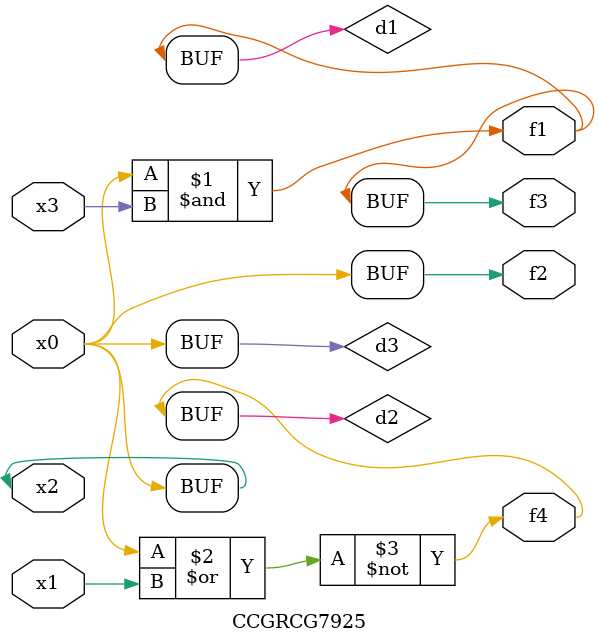
<source format=v>
module CCGRCG7925(
	input x0, x1, x2, x3,
	output f1, f2, f3, f4
);

	wire d1, d2, d3;

	and (d1, x2, x3);
	nor (d2, x0, x1);
	buf (d3, x0, x2);
	assign f1 = d1;
	assign f2 = d3;
	assign f3 = d1;
	assign f4 = d2;
endmodule

</source>
